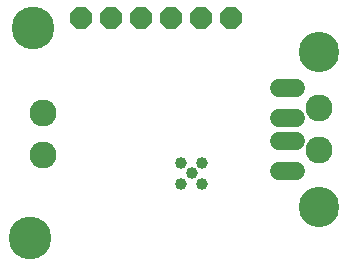
<source format=gbr>
G04 EAGLE Gerber RS-274X export*
G75*
%MOMM*%
%FSLAX34Y34*%
%LPD*%
%INSoldermask Bottom*%
%IPPOS*%
%AMOC8*
5,1,8,0,0,1.08239X$1,22.5*%
G01*
%ADD10C,1.009600*%
%ADD11C,3.617600*%
%ADD12C,2.286000*%
%ADD13C,1.559600*%
%ADD14C,3.417600*%
%ADD15P,2.034460X8X112.500000*%


D10*
X162700Y80470D03*
X171700Y71470D03*
X153700Y71470D03*
X153700Y89470D03*
X171700Y89470D03*
D11*
X27940Y203200D03*
X25400Y25400D03*
D12*
X270510Y135475D03*
X270510Y100475D03*
D13*
X250700Y107475D02*
X236120Y107475D01*
X236120Y127475D02*
X250700Y127475D01*
X250700Y82475D02*
X236120Y82475D01*
X236120Y152475D02*
X250700Y152475D01*
D14*
X270510Y51775D03*
X270510Y183175D03*
D15*
X68580Y212090D03*
X93980Y212090D03*
X119380Y212090D03*
X144780Y212090D03*
X170180Y212090D03*
X195580Y212090D03*
D12*
X36830Y96300D03*
X36830Y131300D03*
M02*

</source>
